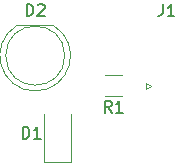
<source format=gto>
%TF.GenerationSoftware,KiCad,Pcbnew,6.0.2-378541a8eb~116~ubuntu20.04.1*%
%TF.CreationDate,2022-02-26T16:05:59-06:00*%
%TF.ProjectId,sma_to_led,736d615f-746f-45f6-9c65-642e6b696361,1.0*%
%TF.SameCoordinates,Original*%
%TF.FileFunction,Legend,Top*%
%TF.FilePolarity,Positive*%
%FSLAX46Y46*%
G04 Gerber Fmt 4.6, Leading zero omitted, Abs format (unit mm)*
G04 Created by KiCad (PCBNEW 6.0.2-378541a8eb~116~ubuntu20.04.1) date 2022-02-26 16:05:59*
%MOMM*%
%LPD*%
G01*
G04 APERTURE LIST*
%ADD10C,0.150000*%
%ADD11C,0.120000*%
G04 APERTURE END LIST*
D10*
%TO.C,J1*%
X121901666Y-82002380D02*
X121901666Y-82716666D01*
X121854047Y-82859523D01*
X121758809Y-82954761D01*
X121615952Y-83002380D01*
X121520714Y-83002380D01*
X122901666Y-83002380D02*
X122330238Y-83002380D01*
X122615952Y-83002380D02*
X122615952Y-82002380D01*
X122520714Y-82145238D01*
X122425476Y-82240476D01*
X122330238Y-82288095D01*
%TO.C,D1*%
X110066904Y-93379880D02*
X110066904Y-92379880D01*
X110305000Y-92379880D01*
X110447857Y-92427500D01*
X110543095Y-92522738D01*
X110590714Y-92617976D01*
X110638333Y-92808452D01*
X110638333Y-92951309D01*
X110590714Y-93141785D01*
X110543095Y-93237023D01*
X110447857Y-93332261D01*
X110305000Y-93379880D01*
X110066904Y-93379880D01*
X111590714Y-93379880D02*
X111019285Y-93379880D01*
X111305000Y-93379880D02*
X111305000Y-92379880D01*
X111209761Y-92522738D01*
X111114523Y-92617976D01*
X111019285Y-92665595D01*
%TO.C,R1*%
X117593333Y-91172380D02*
X117260000Y-90696190D01*
X117021904Y-91172380D02*
X117021904Y-90172380D01*
X117402857Y-90172380D01*
X117498095Y-90220000D01*
X117545714Y-90267619D01*
X117593333Y-90362857D01*
X117593333Y-90505714D01*
X117545714Y-90600952D01*
X117498095Y-90648571D01*
X117402857Y-90696190D01*
X117021904Y-90696190D01*
X118545714Y-91172380D02*
X117974285Y-91172380D01*
X118260000Y-91172380D02*
X118260000Y-90172380D01*
X118164761Y-90315238D01*
X118069523Y-90410476D01*
X117974285Y-90458095D01*
%TO.C,D2*%
X110386904Y-83002380D02*
X110386904Y-82002380D01*
X110625000Y-82002380D01*
X110767857Y-82050000D01*
X110863095Y-82145238D01*
X110910714Y-82240476D01*
X110958333Y-82430952D01*
X110958333Y-82573809D01*
X110910714Y-82764285D01*
X110863095Y-82859523D01*
X110767857Y-82954761D01*
X110625000Y-83002380D01*
X110386904Y-83002380D01*
X111339285Y-82097619D02*
X111386904Y-82050000D01*
X111482142Y-82002380D01*
X111720238Y-82002380D01*
X111815476Y-82050000D01*
X111863095Y-82097619D01*
X111910714Y-82192857D01*
X111910714Y-82288095D01*
X111863095Y-82430952D01*
X111291666Y-83002380D01*
X111910714Y-83002380D01*
D11*
%TO.C,J1*%
X120467500Y-89150000D02*
X120967500Y-88900000D01*
X120467500Y-88650000D02*
X120467500Y-89150000D01*
X120967500Y-88900000D02*
X120467500Y-88650000D01*
%TO.C,D1*%
X114165000Y-95387500D02*
X114165000Y-91327500D01*
X111895000Y-95387500D02*
X114165000Y-95387500D01*
X111895000Y-91327500D02*
X111895000Y-95387500D01*
%TO.C,R1*%
X118487064Y-87990000D02*
X117032936Y-87990000D01*
X118487064Y-89810000D02*
X117032936Y-89810000D01*
%TO.C,D2*%
X112670000Y-83800000D02*
X109580000Y-83800000D01*
X109580170Y-83800000D02*
G75*
G03*
X111125462Y-89350000I1544830J-2560000D01*
G01*
X111124538Y-89350000D02*
G75*
G03*
X112669830Y-83800000I462J2990000D01*
G01*
X113625000Y-86360000D02*
G75*
G03*
X113625000Y-86360000I-2500000J0D01*
G01*
%TD*%
M02*

</source>
